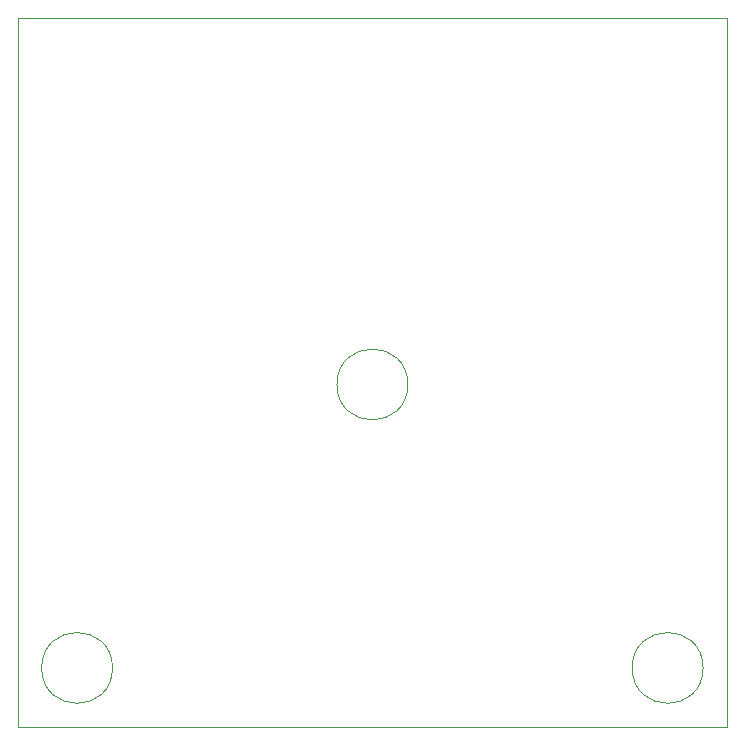
<source format=gm1>
%TF.GenerationSoftware,KiCad,Pcbnew,8.0.4*%
%TF.CreationDate,2024-08-22T23:27:10+01:00*%
%TF.ProjectId,PicoChainZero,5069636f-4368-4616-996e-5a65726f2e6b,v1.1*%
%TF.SameCoordinates,Original*%
%TF.FileFunction,Profile,NP*%
%FSLAX46Y46*%
G04 Gerber Fmt 4.6, Leading zero omitted, Abs format (unit mm)*
G04 Created by KiCad (PCBNEW 8.0.4) date 2024-08-22 23:27:10*
%MOMM*%
%LPD*%
G01*
G04 APERTURE LIST*
%TA.AperFunction,Profile*%
%ADD10C,0.050000*%
%TD*%
G04 APERTURE END LIST*
D10*
X100000000Y-40000000D02*
X160000000Y-40000000D01*
X160000000Y-100000000D01*
X100000000Y-100000000D01*
X100000000Y-40000000D01*
X158000000Y-95000000D02*
G75*
G02*
X152000000Y-95000000I-3000000J0D01*
G01*
X152000000Y-95000000D02*
G75*
G02*
X158000000Y-95000000I3000000J0D01*
G01*
X108000000Y-95000000D02*
G75*
G02*
X102000000Y-95000000I-3000000J0D01*
G01*
X102000000Y-95000000D02*
G75*
G02*
X108000000Y-95000000I3000000J0D01*
G01*
X133000000Y-71000000D02*
G75*
G02*
X127000000Y-71000000I-3000000J0D01*
G01*
X127000000Y-71000000D02*
G75*
G02*
X133000000Y-71000000I3000000J0D01*
G01*
M02*

</source>
